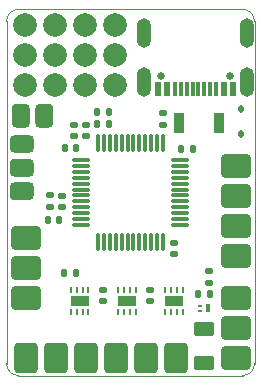
<source format=gbr>
%TF.GenerationSoftware,KiCad,Pcbnew,9.0.3-9.0.3-0~ubuntu24.04.1*%
%TF.CreationDate,2025-10-28T20:09:38+01:00*%
%TF.ProjectId,ant control board v2,616e7420-636f-46e7-9472-6f6c20626f61,2.0*%
%TF.SameCoordinates,Original*%
%TF.FileFunction,Soldermask,Top*%
%TF.FilePolarity,Negative*%
%FSLAX46Y46*%
G04 Gerber Fmt 4.6, Leading zero omitted, Abs format (unit mm)*
G04 Created by KiCad (PCBNEW 9.0.3-9.0.3-0~ubuntu24.04.1) date 2025-10-28 20:09:38*
%MOMM*%
%LPD*%
G01*
G04 APERTURE LIST*
G04 Aperture macros list*
%AMRoundRect*
0 Rectangle with rounded corners*
0 $1 Rounding radius*
0 $2 $3 $4 $5 $6 $7 $8 $9 X,Y pos of 4 corners*
0 Add a 4 corners polygon primitive as box body*
4,1,4,$2,$3,$4,$5,$6,$7,$8,$9,$2,$3,0*
0 Add four circle primitives for the rounded corners*
1,1,$1+$1,$2,$3*
1,1,$1+$1,$4,$5*
1,1,$1+$1,$6,$7*
1,1,$1+$1,$8,$9*
0 Add four rect primitives between the rounded corners*
20,1,$1+$1,$2,$3,$4,$5,0*
20,1,$1+$1,$4,$5,$6,$7,0*
20,1,$1+$1,$6,$7,$8,$9,0*
20,1,$1+$1,$8,$9,$2,$3,0*%
G04 Aperture macros list end*
%ADD10RoundRect,0.140000X0.170000X-0.140000X0.170000X0.140000X-0.170000X0.140000X-0.170000X-0.140000X0*%
%ADD11C,0.500000*%
%ADD12RoundRect,0.375000X0.375000X-0.625000X0.375000X0.625000X-0.375000X0.625000X-0.375000X-0.625000X0*%
%ADD13RoundRect,0.300000X0.970000X-0.700000X0.970000X0.700000X-0.970000X0.700000X-0.970000X-0.700000X0*%
%ADD14RoundRect,0.135000X0.135000X0.185000X-0.135000X0.185000X-0.135000X-0.185000X0.135000X-0.185000X0*%
%ADD15R,0.400000X0.250000*%
%ADD16R,0.400000X0.700000*%
%ADD17RoundRect,0.135000X0.185000X-0.135000X0.185000X0.135000X-0.185000X0.135000X-0.185000X-0.135000X0*%
%ADD18RoundRect,0.140000X-0.140000X-0.170000X0.140000X-0.170000X0.140000X0.170000X-0.140000X0.170000X0*%
%ADD19RoundRect,0.135000X-0.185000X0.135000X-0.185000X-0.135000X0.185000X-0.135000X0.185000X0.135000X0*%
%ADD20C,0.650000*%
%ADD21R,0.600000X1.150000*%
%ADD22R,0.300000X1.150000*%
%ADD23O,1.250000X2.500000*%
%ADD24RoundRect,0.300000X-0.700000X-0.970000X0.700000X-0.970000X0.700000X0.970000X-0.700000X0.970000X0*%
%ADD25RoundRect,0.112500X0.112500X-0.187500X0.112500X0.187500X-0.112500X0.187500X-0.112500X-0.187500X0*%
%ADD26C,2.000000*%
%ADD27R,0.900000X1.700000*%
%ADD28RoundRect,0.075000X-0.662500X-0.075000X0.662500X-0.075000X0.662500X0.075000X-0.662500X0.075000X0*%
%ADD29RoundRect,0.075000X-0.075000X-0.662500X0.075000X-0.662500X0.075000X0.662500X-0.075000X0.662500X0*%
%ADD30RoundRect,0.135000X-0.135000X-0.185000X0.135000X-0.185000X0.135000X0.185000X-0.135000X0.185000X0*%
%ADD31RoundRect,0.062500X0.062500X-0.187500X0.062500X0.187500X-0.062500X0.187500X-0.062500X-0.187500X0*%
%ADD32R,1.600000X0.900000*%
%ADD33RoundRect,0.375000X0.625000X0.375000X-0.625000X0.375000X-0.625000X-0.375000X0.625000X-0.375000X0*%
%ADD34RoundRect,0.140000X-0.170000X0.140000X-0.170000X-0.140000X0.170000X-0.140000X0.170000X0.140000X0*%
%ADD35RoundRect,0.140000X0.140000X0.170000X-0.140000X0.170000X-0.140000X-0.170000X0.140000X-0.170000X0*%
%ADD36RoundRect,0.300000X-0.970000X0.700000X-0.970000X-0.700000X0.970000X-0.700000X0.970000X0.700000X0*%
%ADD37RoundRect,0.250000X-0.625000X0.375000X-0.625000X-0.375000X0.625000X-0.375000X0.625000X0.375000X0*%
%TA.AperFunction,Profile*%
%ADD38C,0.050000*%
%TD*%
G04 APERTURE END LIST*
D10*
%TO.C,C15*%
X105690000Y-120730000D03*
X105690000Y-119770000D03*
%TD*%
D11*
%TO.C,J10*%
X102647200Y-119711200D03*
X102640000Y-118300000D03*
D12*
X102190000Y-119000000D03*
D11*
X101732800Y-119711200D03*
X101732800Y-118288800D03*
X100654400Y-118300000D03*
X100640000Y-119700000D03*
D12*
X100190000Y-119000000D03*
D11*
X99740000Y-119700000D03*
X99740000Y-118300000D03*
%TD*%
%TO.C,J7*%
X99721000Y-135055000D03*
X101499000Y-135055000D03*
D13*
X100610000Y-134420000D03*
D11*
X99721000Y-133785000D03*
X101499000Y-133785000D03*
X99721000Y-132515000D03*
X101499000Y-132515000D03*
D13*
X100610000Y-131880000D03*
D11*
X99721000Y-131245000D03*
X101499000Y-131245000D03*
X99721000Y-129975000D03*
X101499000Y-129975000D03*
D13*
X100610000Y-129340000D03*
D11*
X99721000Y-128705000D03*
X101499000Y-128705000D03*
%TD*%
D10*
%TO.C,C13*%
X104690000Y-120730000D03*
X104690000Y-119770000D03*
%TD*%
D14*
%TO.C,R9*%
X107680000Y-118700000D03*
X106660000Y-118700000D03*
%TD*%
D10*
%TO.C,C6*%
X107190000Y-134680000D03*
X107190000Y-133720000D03*
%TD*%
D15*
%TO.C,Q1*%
X115340000Y-135075000D03*
X115340000Y-135525000D03*
D16*
X116040000Y-135300000D03*
%TD*%
D10*
%TO.C,C18*%
X103690000Y-126730000D03*
X103690000Y-125770000D03*
%TD*%
D17*
%TO.C,R11*%
X116153000Y-133146000D03*
X116153000Y-132126000D03*
%TD*%
D18*
%TO.C,C5*%
X103890000Y-132300000D03*
X104850000Y-132300000D03*
%TD*%
D19*
%TO.C,R6*%
X102670000Y-125740000D03*
X102670000Y-126760000D03*
%TD*%
D20*
%TO.C,J3*%
X117890000Y-115680000D03*
X112110000Y-115680000D03*
D21*
X118200000Y-116755000D03*
X117400000Y-116755000D03*
D22*
X116750000Y-116755000D03*
X116250000Y-116755000D03*
X115750000Y-116755000D03*
X115250000Y-116755000D03*
X114750000Y-116755000D03*
X114250000Y-116755000D03*
X113750000Y-116755000D03*
X113250000Y-116755000D03*
D21*
X112600000Y-116755000D03*
X111800000Y-116755000D03*
D23*
X119320000Y-116180000D03*
X119320000Y-112000000D03*
X110680000Y-116180000D03*
X110680000Y-112000000D03*
%TD*%
D14*
%TO.C,R8*%
X107680000Y-119700000D03*
X106660000Y-119700000D03*
%TD*%
D11*
%TO.C,J5*%
X105055000Y-138611000D03*
X105055000Y-140389000D03*
D24*
X105690000Y-139500000D03*
D11*
X106325000Y-138611000D03*
X106325000Y-140389000D03*
X107595000Y-138611000D03*
X107595000Y-140389000D03*
D24*
X108230000Y-139500000D03*
D11*
X108865000Y-138611000D03*
X108865000Y-140389000D03*
%TD*%
%TO.C,J8*%
X117501000Y-140135000D03*
X119279000Y-140135000D03*
D13*
X118390000Y-139500000D03*
D11*
X117501000Y-138865000D03*
X119279000Y-138865000D03*
X117501000Y-137595000D03*
X119279000Y-137595000D03*
D13*
X118390000Y-136960000D03*
D11*
X117501000Y-136325000D03*
X119279000Y-136325000D03*
X117501000Y-135055000D03*
X119279000Y-135055000D03*
D13*
X118390000Y-134420000D03*
D11*
X117501000Y-133785000D03*
X119279000Y-133785000D03*
%TD*%
D18*
%TO.C,C16*%
X113810000Y-121850000D03*
X114770000Y-121850000D03*
%TD*%
D25*
%TO.C,D1*%
X118890000Y-120550000D03*
X118890000Y-118450000D03*
%TD*%
D11*
%TO.C,J6*%
X110135000Y-138611000D03*
X110135000Y-140389000D03*
D24*
X110770000Y-139500000D03*
D11*
X111405000Y-138611000D03*
X111405000Y-140389000D03*
X112675000Y-138611000D03*
X112675000Y-140389000D03*
D24*
X113310000Y-139500000D03*
D11*
X113945000Y-138611000D03*
X113945000Y-140389000D03*
%TD*%
D26*
%TO.C,U7*%
X108203000Y-111337000D03*
X108203000Y-113877000D03*
X108203000Y-116417000D03*
X105663000Y-111337000D03*
X105663000Y-113877000D03*
X105663000Y-116417000D03*
X103123000Y-111337000D03*
X103123000Y-113877000D03*
X103123000Y-116417000D03*
X100583000Y-111337000D03*
X100583000Y-113877000D03*
X100583000Y-116417000D03*
%TD*%
D27*
%TO.C,SW1*%
X116990000Y-119650000D03*
X113590000Y-119650000D03*
%TD*%
D10*
%TO.C,C7*%
X111190000Y-134680000D03*
X111190000Y-133720000D03*
%TD*%
D11*
%TO.C,J4*%
X99975000Y-138611000D03*
X99975000Y-140389000D03*
D24*
X100610000Y-139500000D03*
D11*
X101245000Y-138611000D03*
X101245000Y-140389000D03*
X102515000Y-138611000D03*
X102515000Y-140389000D03*
D24*
X103150000Y-139500000D03*
D11*
X103785000Y-138611000D03*
X103785000Y-140389000D03*
%TD*%
D28*
%TO.C,U6*%
X105337500Y-122750000D03*
X105337500Y-123250000D03*
X105337500Y-123750000D03*
X105337500Y-124250000D03*
X105337500Y-124750000D03*
X105337500Y-125250000D03*
X105337500Y-125750000D03*
X105337500Y-126250000D03*
X105337500Y-126750000D03*
X105337500Y-127250000D03*
X105337500Y-127750000D03*
X105337500Y-128250000D03*
D29*
X106750000Y-129662500D03*
X107250000Y-129662500D03*
X107750000Y-129662500D03*
X108250000Y-129662500D03*
X108750000Y-129662500D03*
X109250000Y-129662500D03*
X109750000Y-129662500D03*
X110250000Y-129662500D03*
X110750000Y-129662500D03*
X111250000Y-129662500D03*
X111750000Y-129662500D03*
X112250000Y-129662500D03*
D28*
X113662500Y-128250000D03*
X113662500Y-127750000D03*
X113662500Y-127250000D03*
X113662500Y-126750000D03*
X113662500Y-126250000D03*
X113662500Y-125750000D03*
X113662500Y-125250000D03*
X113662500Y-124750000D03*
X113662500Y-124250000D03*
X113662500Y-123750000D03*
X113662500Y-123250000D03*
X113662500Y-122750000D03*
D29*
X112250000Y-121337500D03*
X111750000Y-121337500D03*
X111250000Y-121337500D03*
X110750000Y-121337500D03*
X110250000Y-121337500D03*
X109750000Y-121337500D03*
X109250000Y-121337500D03*
X108750000Y-121337500D03*
X108250000Y-121337500D03*
X107750000Y-121337500D03*
X107250000Y-121337500D03*
X106750000Y-121337500D03*
%TD*%
D30*
%TO.C,R10*%
X115180000Y-134100000D03*
X116200000Y-134100000D03*
%TD*%
D31*
%TO.C,U2*%
X104440000Y-135650000D03*
X104940000Y-135650000D03*
X105440000Y-135650000D03*
X105940000Y-135650000D03*
X105940000Y-133750000D03*
X105440000Y-133750000D03*
X104940000Y-133750000D03*
X104440000Y-133750000D03*
D32*
X105190000Y-134700000D03*
%TD*%
D11*
%TO.C,J9*%
X100981200Y-120940896D03*
X99570000Y-120948096D03*
D33*
X100270000Y-121398096D03*
D11*
X100981200Y-121855296D03*
X99558800Y-121855296D03*
X99570000Y-122933696D03*
X100970000Y-122948096D03*
D33*
X100270000Y-123398096D03*
D11*
X100970000Y-123848096D03*
X99570000Y-123848096D03*
X99570000Y-124933696D03*
X100970000Y-124948096D03*
D33*
X100270000Y-125398096D03*
D11*
X100970000Y-125848096D03*
X99570000Y-125848096D03*
%TD*%
D34*
%TO.C,C17*%
X113220000Y-129770000D03*
X113220000Y-130730000D03*
%TD*%
D18*
%TO.C,C11*%
X102520000Y-127800000D03*
X103480000Y-127800000D03*
%TD*%
D19*
%TO.C,R7*%
X112290000Y-118790000D03*
X112290000Y-119810000D03*
%TD*%
D35*
%TO.C,C14*%
X104920000Y-121750000D03*
X103960000Y-121750000D03*
%TD*%
D11*
%TO.C,J1*%
X119279000Y-127705000D03*
X117501000Y-127705000D03*
D36*
X118390000Y-128340000D03*
D11*
X119279000Y-128975000D03*
X117501000Y-128975000D03*
X119279000Y-130245000D03*
X117501000Y-130245000D03*
D36*
X118390000Y-130880000D03*
D11*
X119279000Y-131515000D03*
X117501000Y-131515000D03*
%TD*%
D31*
%TO.C,U3*%
X108440000Y-135650000D03*
X108940000Y-135650000D03*
X109440000Y-135650000D03*
X109940000Y-135650000D03*
X109940000Y-133750000D03*
X109440000Y-133750000D03*
X108940000Y-133750000D03*
X108440000Y-133750000D03*
D32*
X109190000Y-134700000D03*
%TD*%
D31*
%TO.C,U4*%
X112440000Y-135650000D03*
X112940000Y-135650000D03*
X113440000Y-135650000D03*
X113940000Y-135650000D03*
X113940000Y-133750000D03*
X113440000Y-133750000D03*
X112940000Y-133750000D03*
X112440000Y-133750000D03*
D32*
X113190000Y-134700000D03*
%TD*%
D37*
%TO.C,D2*%
X115690000Y-137100000D03*
X115690000Y-139900000D03*
%TD*%
D11*
%TO.C,J2*%
X119279000Y-122625000D03*
X117501000Y-122625000D03*
D36*
X118390000Y-123260000D03*
D11*
X119279000Y-123895000D03*
X117501000Y-123895000D03*
X119279000Y-125165000D03*
X117501000Y-125165000D03*
D36*
X118390000Y-125800000D03*
D11*
X119279000Y-126435000D03*
X117501000Y-126435000D03*
%TD*%
D38*
X119000000Y-110000000D02*
X100000000Y-110000000D01*
X99000000Y-111000000D02*
G75*
G02*
X100000000Y-110000000I1000000J0D01*
G01*
X120000000Y-140000000D02*
X120000000Y-111000000D01*
X100000000Y-141000000D02*
X119000000Y-141000000D01*
X99000000Y-111000000D02*
X99000000Y-140000000D01*
X120000000Y-140000000D02*
G75*
G02*
X119000000Y-141000000I-1000000J0D01*
G01*
X100000000Y-141000000D02*
G75*
G02*
X99000000Y-140000000I0J1000000D01*
G01*
X119000000Y-110000000D02*
G75*
G02*
X120000000Y-111000000I0J-1000000D01*
G01*
M02*

</source>
